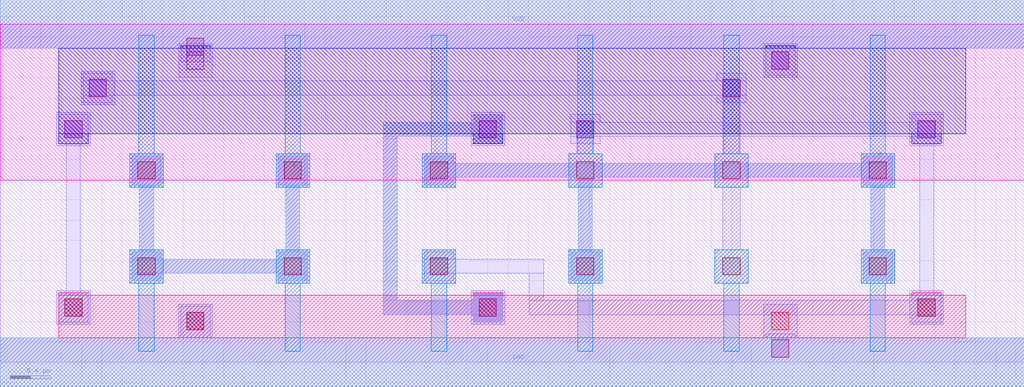
<source format=lef>
MACRO XNOR2X1
 CLASS CORE ;
 FOREIGN XNOR2X1 0 0 ;
 ORIGIN 0 0 ;
 SYMMETRY X Y R90 ;
 SITE UNIT ;
  PIN VDD
   DIRECTION INOUT ;
   USE SIGNAL ;
   SHAPE ABUTMENT ;
    PORT
     CLASS CORE ;
       LAYER metal2 ;
        RECT 0.00000000 3.09000000 10.08000000 3.57000000 ;
    END
  END VDD

  PIN GND
   DIRECTION INOUT ;
   USE SIGNAL ;
   SHAPE ABUTMENT ;
    PORT
     CLASS CORE ;
       LAYER metal2 ;
        RECT 0.00000000 -0.24000000 10.08000000 0.24000000 ;
    END
  END GND

  PIN Y
   DIRECTION INOUT ;
   USE SIGNAL ;
   SHAPE ABUTMENT ;
    PORT
     CLASS CORE ;
       LAYER metal2 ;
        RECT 4.65500000 0.39500000 4.94500000 0.47000000 ;
        RECT 3.77000000 0.47000000 4.94500000 0.61000000 ;
        RECT 4.65500000 0.61000000 4.94500000 0.68500000 ;
        RECT 3.77000000 0.61000000 3.91000000 2.22500000 ;
        RECT 4.65500000 2.15000000 4.94500000 2.22500000 ;
        RECT 3.77000000 2.22500000 4.94500000 2.36500000 ;
        RECT 4.65500000 2.36500000 4.94500000 2.44000000 ;
    END
  END Y

  PIN B
   DIRECTION INOUT ;
   USE SIGNAL ;
   SHAPE ABUTMENT ;
    PORT
     CLASS CORE ;
       LAYER metal2 ;
        RECT 1.29500000 0.80000000 1.58500000 0.87500000 ;
        RECT 2.73500000 0.80000000 3.02500000 0.87500000 ;
        RECT 1.29500000 0.87500000 3.02500000 1.01500000 ;
        RECT 1.29500000 1.01500000 1.58500000 1.09000000 ;
        RECT 2.73500000 1.01500000 3.02500000 1.09000000 ;
        RECT 1.37000000 1.09000000 1.51000000 1.74500000 ;
        RECT 2.81000000 1.09000000 2.95000000 1.74500000 ;
        RECT 1.29500000 1.74500000 1.58500000 2.03500000 ;
        RECT 2.73500000 1.74500000 3.02500000 2.03500000 ;
    END
  END B

  PIN A
   DIRECTION INOUT ;
   USE SIGNAL ;
   SHAPE ABUTMENT ;
    PORT
     CLASS CORE ;
       LAYER metal2 ;
        RECT 5.61500000 0.80000000 5.90500000 1.09000000 ;
        RECT 8.49500000 0.80000000 8.78500000 1.09000000 ;
        RECT 8.57000000 1.09000000 8.71000000 1.74500000 ;
        RECT 4.17500000 1.74500000 4.46500000 1.82000000 ;
        RECT 5.69000000 1.09000000 5.83000000 1.82000000 ;
        RECT 8.49500000 1.74500000 8.78500000 1.82000000 ;
        RECT 4.17500000 1.82000000 8.78500000 1.96000000 ;
        RECT 4.17500000 1.96000000 4.46500000 2.03500000 ;
        RECT 8.49500000 1.96000000 8.78500000 2.03500000 ;
    END
  END A

  OBS
   LAYER abutment_box ;
    RECT 0.00000000 0.00000000 10.08000000 3.33000000 ;
  END

  OBS
   LAYER metal1 ;
    RECT 1.75500000 0.24000000 2.08500000 0.57000000 ;
    RECT 7.59500000 0.05000000 7.76500000 0.24000000 ;
    RECT 7.51500000 0.24000000 7.84500000 0.57000000 ;
    RECT 0.55500000 0.37500000 0.88500000 0.70500000 ;
    RECT 4.63500000 0.37500000 4.96500000 0.70500000 ;
    RECT 8.95500000 0.37500000 9.28500000 0.70500000 ;
    RECT 1.27500000 0.78000000 1.60500000 1.11000000 ;
    RECT 2.71500000 0.78000000 3.04500000 1.11000000 ;
    RECT 4.15500000 0.78000000 4.48500000 1.11000000 ;
    RECT 5.59500000 0.78000000 5.92500000 1.11000000 ;
    RECT 8.47500000 0.78000000 8.80500000 1.11000000 ;
    RECT 1.27500000 1.72500000 1.60500000 2.05500000 ;
    RECT 2.71500000 1.72500000 3.04500000 2.05500000 ;
    RECT 4.15500000 1.72500000 4.48500000 2.05500000 ;
    RECT 8.47500000 1.72500000 8.80500000 2.05500000 ;
    RECT 5.59500000 1.72500000 5.92500000 2.05500000 ;
    RECT 5.67500000 2.05500000 5.84500000 2.38000000 ;
    RECT 0.55500000 2.13000000 0.88500000 2.46000000 ;
    RECT 4.63500000 2.13000000 4.96500000 2.46000000 ;
    RECT 8.95500000 2.13000000 9.28500000 2.46000000 ;
    RECT 7.03500000 0.78000000 7.36500000 1.11000000 ;
    RECT 7.11500000 1.11000000 7.28500000 1.72500000 ;
    RECT 7.03500000 1.72500000 7.36500000 2.05500000 ;
    RECT 7.11500000 2.05500000 7.28500000 2.78500000 ;
    RECT 0.79500000 2.53500000 1.12500000 2.86500000 ;
    RECT 7.51500000 2.80500000 7.84500000 3.13500000 ;
    RECT 1.75500000 2.80500000 2.08500000 3.13500000 ;
    RECT 1.83500000 3.13500000 2.00500000 3.19000000 ;
  END

  OBS
   LAYER metal1_label ;

  END

  OBS
   LAYER metal1_pin ;

  END

  OBS
   LAYER metal2 ;
    RECT 0.00000000 -0.24000000 10.08000000 0.24000000 ;
    RECT 7.53500000 0.24000000 7.82500000 0.28000000 ;
    RECT 1.77500000 0.24000000 2.06500000 0.55000000 ;
    RECT 1.29500000 0.80000000 1.58500000 0.87500000 ;
    RECT 2.73500000 0.80000000 3.02500000 0.87500000 ;
    RECT 1.29500000 0.87500000 3.02500000 1.01500000 ;
    RECT 1.29500000 1.01500000 1.58500000 1.09000000 ;
    RECT 2.73500000 1.01500000 3.02500000 1.09000000 ;
    RECT 1.37000000 1.09000000 1.51000000 1.74500000 ;
    RECT 2.81000000 1.09000000 2.95000000 1.74500000 ;
    RECT 1.29500000 1.74500000 1.58500000 2.03500000 ;
    RECT 2.73500000 1.74500000 3.02500000 2.03500000 ;
    RECT 5.61500000 0.80000000 5.90500000 1.09000000 ;
    RECT 8.49500000 0.80000000 8.78500000 1.09000000 ;
    RECT 8.57000000 1.09000000 8.71000000 1.74500000 ;
    RECT 4.17500000 1.74500000 4.46500000 1.82000000 ;
    RECT 5.69000000 1.09000000 5.83000000 1.82000000 ;
    RECT 8.49500000 1.74500000 8.78500000 1.82000000 ;
    RECT 4.17500000 1.82000000 8.78500000 1.96000000 ;
    RECT 4.17500000 1.96000000 4.46500000 2.03500000 ;
    RECT 8.49500000 1.96000000 8.78500000 2.03500000 ;
    RECT 0.57500000 0.39500000 0.86500000 0.68500000 ;
    RECT 0.65000000 0.68500000 0.79000000 2.15000000 ;
    RECT 0.57500000 2.15000000 0.86500000 2.44000000 ;
    RECT 4.65500000 0.39500000 4.94500000 0.47000000 ;
    RECT 3.77000000 0.47000000 4.94500000 0.61000000 ;
    RECT 4.65500000 0.61000000 4.94500000 0.68500000 ;
    RECT 3.77000000 0.61000000 3.91000000 2.22500000 ;
    RECT 4.65500000 2.15000000 4.94500000 2.22500000 ;
    RECT 3.77000000 2.22500000 4.94500000 2.36500000 ;
    RECT 4.65500000 2.36500000 4.94500000 2.44000000 ;
    RECT 8.97500000 0.39500000 9.26500000 0.47000000 ;
    RECT 5.21000000 0.47000000 9.26500000 0.61000000 ;
    RECT 8.97500000 0.61000000 9.26500000 0.68500000 ;
    RECT 4.17500000 0.80000000 4.46500000 0.87500000 ;
    RECT 5.21000000 0.61000000 5.35000000 0.87500000 ;
    RECT 4.17500000 0.87500000 5.35000000 1.01500000 ;
    RECT 4.17500000 1.01500000 4.46500000 1.09000000 ;
    RECT 9.05000000 0.68500000 9.19000000 2.15000000 ;
    RECT 5.61500000 2.15000000 5.90500000 2.22500000 ;
    RECT 8.97500000 2.15000000 9.26500000 2.22500000 ;
    RECT 5.61500000 2.22500000 9.26500000 2.36500000 ;
    RECT 5.61500000 2.36500000 5.90500000 2.44000000 ;
    RECT 8.97500000 2.36500000 9.26500000 2.44000000 ;
    RECT 0.81500000 2.55500000 1.10500000 2.63000000 ;
    RECT 7.05500000 2.55500000 7.34500000 2.63000000 ;
    RECT 0.81500000 2.63000000 7.34500000 2.77000000 ;
    RECT 0.81500000 2.77000000 1.10500000 2.84500000 ;
    RECT 7.05500000 2.77000000 7.34500000 2.84500000 ;
    RECT 1.77500000 2.96000000 2.06500000 3.09000000 ;
    RECT 7.53500000 2.82500000 7.82500000 3.09000000 ;
    RECT 0.00000000 3.09000000 10.08000000 3.57000000 ;
  END

  OBS
   LAYER metal2_label ;

  END

  OBS
   LAYER metal2_pin ;
    RECT 0.00000000 -0.24000000 10.08000000 0.24000000 ;
    RECT 1.29500000 0.80000000 1.58500000 0.87500000 ;
    RECT 2.73500000 0.80000000 3.02500000 0.87500000 ;
    RECT 1.29500000 0.87500000 3.02500000 1.01500000 ;
    RECT 1.29500000 1.01500000 1.58500000 1.09000000 ;
    RECT 2.73500000 1.01500000 3.02500000 1.09000000 ;
    RECT 1.37000000 1.09000000 1.51000000 1.74500000 ;
    RECT 2.81000000 1.09000000 2.95000000 1.74500000 ;
    RECT 1.29500000 1.74500000 1.58500000 2.03500000 ;
    RECT 2.73500000 1.74500000 3.02500000 2.03500000 ;
    RECT 5.61500000 0.80000000 5.90500000 1.09000000 ;
    RECT 8.49500000 0.80000000 8.78500000 1.09000000 ;
    RECT 8.57000000 1.09000000 8.71000000 1.74500000 ;
    RECT 4.17500000 1.74500000 4.46500000 1.82000000 ;
    RECT 5.69000000 1.09000000 5.83000000 1.82000000 ;
    RECT 8.49500000 1.74500000 8.78500000 1.82000000 ;
    RECT 4.17500000 1.82000000 8.78500000 1.96000000 ;
    RECT 4.17500000 1.96000000 4.46500000 2.03500000 ;
    RECT 8.49500000 1.96000000 8.78500000 2.03500000 ;
    RECT 4.65500000 0.39500000 4.94500000 0.47000000 ;
    RECT 3.77000000 0.47000000 4.94500000 0.61000000 ;
    RECT 4.65500000 0.61000000 4.94500000 0.68500000 ;
    RECT 3.77000000 0.61000000 3.91000000 2.22500000 ;
    RECT 4.65500000 2.15000000 4.94500000 2.22500000 ;
    RECT 3.77000000 2.22500000 4.94500000 2.36500000 ;
    RECT 4.65500000 2.36500000 4.94500000 2.44000000 ;
    RECT 0.00000000 3.09000000 10.08000000 3.57000000 ;
  END

  OBS
   LAYER ndiff_contact ;
    RECT 1.83500000 0.32000000 2.00500000 0.49000000 ;
    RECT 7.59500000 0.32000000 7.76500000 0.49000000 ;
    RECT 0.63500000 0.45500000 0.80500000 0.62500000 ;
    RECT 4.71500000 0.45500000 4.88500000 0.62500000 ;
    RECT 9.03500000 0.45500000 9.20500000 0.62500000 ;
  END

  OBS
   LAYER ndiffusion ;
    RECT 0.57500000 0.24000000 9.50500000 0.66000000 ;
    RECT 0.57500000 0.66000000 0.86500000 0.68500000 ;
    RECT 4.65500000 0.66000000 4.94500000 0.68500000 ;
    RECT 8.97500000 0.66000000 9.26500000 0.68500000 ;
  END

  OBS
   LAYER nplus ;

  END

  OBS
   LAYER nwell ;
    RECT 0.00000000 1.79000000 10.08000000 3.33000000 ;
  END

  OBS
   LAYER pdiff_contact ;
    RECT 0.63500000 2.21000000 0.80500000 2.38000000 ;
    RECT 4.71500000 2.21000000 4.88500000 2.38000000 ;
    RECT 9.03500000 2.21000000 9.20500000 2.38000000 ;
    RECT 0.87500000 2.61500000 1.04500000 2.78500000 ;
    RECT 1.83500000 2.88500000 2.00500000 3.05500000 ;
    RECT 7.59500000 2.88500000 7.76500000 3.05500000 ;
  END

  OBS
   LAYER pdiffusion ;
    RECT 0.57500000 2.15000000 0.86500000 2.25000000 ;
    RECT 4.65500000 2.15000000 4.94500000 2.25000000 ;
    RECT 8.97500000 2.15000000 9.26500000 2.25000000 ;
    RECT 0.57500000 2.25000000 9.50500000 3.09000000 ;
    RECT 1.77500000 3.09000000 2.06500000 3.11500000 ;
    RECT 7.53500000 3.09000000 7.82500000 3.11500000 ;
  END

  OBS
   LAYER poly ;
    RECT 1.36500000 0.11000000 1.51500000 0.78000000 ;
    RECT 1.27500000 0.78000000 1.60500000 1.11000000 ;
    RECT 2.80500000 0.11000000 2.95500000 0.78000000 ;
    RECT 2.71500000 0.78000000 3.04500000 1.11000000 ;
    RECT 4.24500000 0.11000000 4.39500000 0.78000000 ;
    RECT 4.15500000 0.78000000 4.48500000 1.11000000 ;
    RECT 5.68500000 0.11000000 5.83500000 0.78000000 ;
    RECT 5.59500000 0.78000000 5.92500000 1.11000000 ;
    RECT 7.12500000 0.11000000 7.27500000 0.78000000 ;
    RECT 7.03500000 0.78000000 7.36500000 1.11000000 ;
    RECT 8.56500000 0.11000000 8.71500000 0.78000000 ;
    RECT 8.47500000 0.78000000 8.80500000 1.11000000 ;
    RECT 1.27500000 1.72500000 1.60500000 2.05500000 ;
    RECT 1.36500000 2.05500000 1.51500000 3.22000000 ;
    RECT 2.71500000 1.72500000 3.04500000 2.05500000 ;
    RECT 2.80500000 2.05500000 2.95500000 3.22000000 ;
    RECT 4.15500000 1.72500000 4.48500000 2.05500000 ;
    RECT 4.24500000 2.05500000 4.39500000 3.22000000 ;
    RECT 5.59500000 1.72500000 5.92500000 2.05500000 ;
    RECT 5.68500000 2.05500000 5.83500000 3.22000000 ;
    RECT 7.03500000 1.72500000 7.36500000 2.05500000 ;
    RECT 7.12500000 2.05500000 7.27500000 3.22000000 ;
    RECT 8.47500000 1.72500000 8.80500000 2.05500000 ;
    RECT 8.56500000 2.05500000 8.71500000 3.22000000 ;
  END

  OBS
   LAYER poly_contact ;
    RECT 1.35500000 0.86000000 1.52500000 1.03000000 ;
    RECT 2.79500000 0.86000000 2.96500000 1.03000000 ;
    RECT 4.23500000 0.86000000 4.40500000 1.03000000 ;
    RECT 5.67500000 0.86000000 5.84500000 1.03000000 ;
    RECT 7.11500000 0.86000000 7.28500000 1.03000000 ;
    RECT 8.55500000 0.86000000 8.72500000 1.03000000 ;
    RECT 1.35500000 1.80500000 1.52500000 1.97500000 ;
    RECT 2.79500000 1.80500000 2.96500000 1.97500000 ;
    RECT 4.23500000 1.80500000 4.40500000 1.97500000 ;
    RECT 5.67500000 1.80500000 5.84500000 1.97500000 ;
    RECT 7.11500000 1.80500000 7.28500000 1.97500000 ;
    RECT 8.55500000 1.80500000 8.72500000 1.97500000 ;
  END

  OBS
   LAYER pplus ;

  END

  OBS
   LAYER via1 ;
    RECT 7.59500000 0.05000000 7.76500000 0.22000000 ;
    RECT 1.83500000 0.32000000 2.00500000 0.49000000 ;
    RECT 0.63500000 0.45500000 0.80500000 0.62500000 ;
    RECT 4.71500000 0.45500000 4.88500000 0.62500000 ;
    RECT 9.03500000 0.45500000 9.20500000 0.62500000 ;
    RECT 1.35500000 0.86000000 1.52500000 1.03000000 ;
    RECT 2.79500000 0.86000000 2.96500000 1.03000000 ;
    RECT 4.23500000 0.86000000 4.40500000 1.03000000 ;
    RECT 5.67500000 0.86000000 5.84500000 1.03000000 ;
    RECT 8.55500000 0.86000000 8.72500000 1.03000000 ;
    RECT 1.35500000 1.80500000 1.52500000 1.97500000 ;
    RECT 2.79500000 1.80500000 2.96500000 1.97500000 ;
    RECT 4.23500000 1.80500000 4.40500000 1.97500000 ;
    RECT 8.55500000 1.80500000 8.72500000 1.97500000 ;
    RECT 0.63500000 2.21000000 0.80500000 2.38000000 ;
    RECT 4.71500000 2.21000000 4.88500000 2.38000000 ;
    RECT 5.67500000 2.21000000 5.84500000 2.38000000 ;
    RECT 9.03500000 2.21000000 9.20500000 2.38000000 ;
    RECT 0.87500000 2.61500000 1.04500000 2.78500000 ;
    RECT 7.11500000 2.61500000 7.28500000 2.78500000 ;
    RECT 7.59500000 2.88500000 7.76500000 3.05500000 ;
    RECT 1.83500000 3.02000000 2.00500000 3.19000000 ;
  END

END XNOR2X1

</source>
